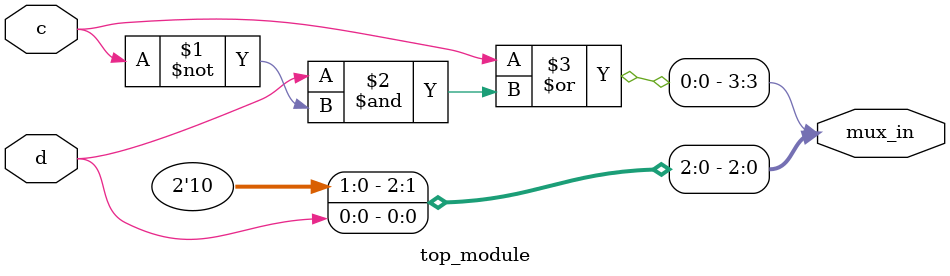
<source format=sv>
module top_module (
    input c,
    input d,
    output [3:0] mux_in
);

    // Assign values based on the provided Karnaugh map

    // ab = 00
    assign mux_in[0] = d;

    // ab = 01
    assign mux_in[1] = 0;

    // ab = 11
    assign mux_in[3] = c | (d & ~c);

    // ab = 10
    assign mux_in[2] = 1;
  
endmodule

</source>
